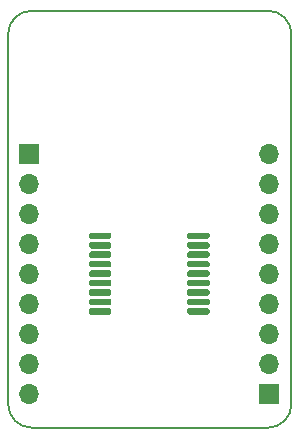
<source format=gbr>
G04 #@! TF.GenerationSoftware,KiCad,Pcbnew,5.1.6-c6e7f7d~86~ubuntu20.04.1*
G04 #@! TF.CreationDate,2020-05-17T01:15:33+03:00*
G04 #@! TF.ProjectId,BRK-SSOP-18-6x7.4-P0.8,42524b2d-5353-44f5-902d-31382d367837,v1.1*
G04 #@! TF.SameCoordinates,Original*
G04 #@! TF.FileFunction,Soldermask,Top*
G04 #@! TF.FilePolarity,Negative*
%FSLAX46Y46*%
G04 Gerber Fmt 4.6, Leading zero omitted, Abs format (unit mm)*
G04 Created by KiCad (PCBNEW 5.1.6-c6e7f7d~86~ubuntu20.04.1) date 2020-05-17 01:15:33*
%MOMM*%
%LPD*%
G01*
G04 APERTURE LIST*
G04 #@! TA.AperFunction,Profile*
%ADD10C,0.150000*%
G04 #@! TD*
%ADD11O,1.700000X1.700000*%
%ADD12R,1.700000X1.700000*%
G04 APERTURE END LIST*
D10*
X53000000Y-83300000D02*
G75*
G02*
X51000000Y-81300000I0J2000000D01*
G01*
X75000000Y-81300000D02*
G75*
G02*
X73000000Y-83300000I-2000000J0D01*
G01*
X73000000Y-48000000D02*
G75*
G02*
X75000000Y-50000000I0J-2000000D01*
G01*
X51000000Y-50000000D02*
G75*
G02*
X53000000Y-48000000I2000000J0D01*
G01*
X73000000Y-83300000D02*
X53000000Y-83300000D01*
X75000000Y-50000000D02*
X75000000Y-81300000D01*
X53000000Y-48000000D02*
X73000000Y-48000000D01*
X51000000Y-81300000D02*
X51000000Y-50000000D01*
D11*
X73120000Y-60100000D03*
X73120000Y-62640000D03*
X73120000Y-65180000D03*
X73120000Y-67720000D03*
X73120000Y-70260000D03*
X73120000Y-72800000D03*
X73120000Y-75340000D03*
X73120000Y-77880000D03*
D12*
X73120000Y-80420000D03*
X52800000Y-60100000D03*
D11*
X52800000Y-62640000D03*
X52800000Y-65180000D03*
X52800000Y-67720000D03*
X52800000Y-70260000D03*
X52800000Y-72800000D03*
X52800000Y-75340000D03*
X52800000Y-77880000D03*
X52800000Y-80420000D03*
G36*
G01*
X57860000Y-67197500D02*
X57860000Y-66922500D01*
G75*
G02*
X57997500Y-66785000I137500J0D01*
G01*
X59622500Y-66785000D01*
G75*
G02*
X59760000Y-66922500I0J-137500D01*
G01*
X59760000Y-67197500D01*
G75*
G02*
X59622500Y-67335000I-137500J0D01*
G01*
X57997500Y-67335000D01*
G75*
G02*
X57860000Y-67197500I0J137500D01*
G01*
G37*
G36*
G01*
X57860000Y-67997500D02*
X57860000Y-67722500D01*
G75*
G02*
X57997500Y-67585000I137500J0D01*
G01*
X59622500Y-67585000D01*
G75*
G02*
X59760000Y-67722500I0J-137500D01*
G01*
X59760000Y-67997500D01*
G75*
G02*
X59622500Y-68135000I-137500J0D01*
G01*
X57997500Y-68135000D01*
G75*
G02*
X57860000Y-67997500I0J137500D01*
G01*
G37*
G36*
G01*
X57860000Y-68797500D02*
X57860000Y-68522500D01*
G75*
G02*
X57997500Y-68385000I137500J0D01*
G01*
X59622500Y-68385000D01*
G75*
G02*
X59760000Y-68522500I0J-137500D01*
G01*
X59760000Y-68797500D01*
G75*
G02*
X59622500Y-68935000I-137500J0D01*
G01*
X57997500Y-68935000D01*
G75*
G02*
X57860000Y-68797500I0J137500D01*
G01*
G37*
G36*
G01*
X57860000Y-69597500D02*
X57860000Y-69322500D01*
G75*
G02*
X57997500Y-69185000I137500J0D01*
G01*
X59622500Y-69185000D01*
G75*
G02*
X59760000Y-69322500I0J-137500D01*
G01*
X59760000Y-69597500D01*
G75*
G02*
X59622500Y-69735000I-137500J0D01*
G01*
X57997500Y-69735000D01*
G75*
G02*
X57860000Y-69597500I0J137500D01*
G01*
G37*
G36*
G01*
X57860000Y-70397500D02*
X57860000Y-70122500D01*
G75*
G02*
X57997500Y-69985000I137500J0D01*
G01*
X59622500Y-69985000D01*
G75*
G02*
X59760000Y-70122500I0J-137500D01*
G01*
X59760000Y-70397500D01*
G75*
G02*
X59622500Y-70535000I-137500J0D01*
G01*
X57997500Y-70535000D01*
G75*
G02*
X57860000Y-70397500I0J137500D01*
G01*
G37*
G36*
G01*
X57860000Y-71197500D02*
X57860000Y-70922500D01*
G75*
G02*
X57997500Y-70785000I137500J0D01*
G01*
X59622500Y-70785000D01*
G75*
G02*
X59760000Y-70922500I0J-137500D01*
G01*
X59760000Y-71197500D01*
G75*
G02*
X59622500Y-71335000I-137500J0D01*
G01*
X57997500Y-71335000D01*
G75*
G02*
X57860000Y-71197500I0J137500D01*
G01*
G37*
G36*
G01*
X57860000Y-71997500D02*
X57860000Y-71722500D01*
G75*
G02*
X57997500Y-71585000I137500J0D01*
G01*
X59622500Y-71585000D01*
G75*
G02*
X59760000Y-71722500I0J-137500D01*
G01*
X59760000Y-71997500D01*
G75*
G02*
X59622500Y-72135000I-137500J0D01*
G01*
X57997500Y-72135000D01*
G75*
G02*
X57860000Y-71997500I0J137500D01*
G01*
G37*
G36*
G01*
X57860000Y-72797500D02*
X57860000Y-72522500D01*
G75*
G02*
X57997500Y-72385000I137500J0D01*
G01*
X59622500Y-72385000D01*
G75*
G02*
X59760000Y-72522500I0J-137500D01*
G01*
X59760000Y-72797500D01*
G75*
G02*
X59622500Y-72935000I-137500J0D01*
G01*
X57997500Y-72935000D01*
G75*
G02*
X57860000Y-72797500I0J137500D01*
G01*
G37*
G36*
G01*
X57860000Y-73597500D02*
X57860000Y-73322500D01*
G75*
G02*
X57997500Y-73185000I137500J0D01*
G01*
X59622500Y-73185000D01*
G75*
G02*
X59760000Y-73322500I0J-137500D01*
G01*
X59760000Y-73597500D01*
G75*
G02*
X59622500Y-73735000I-137500J0D01*
G01*
X57997500Y-73735000D01*
G75*
G02*
X57860000Y-73597500I0J137500D01*
G01*
G37*
G36*
G01*
X66160000Y-73597500D02*
X66160000Y-73322500D01*
G75*
G02*
X66297500Y-73185000I137500J0D01*
G01*
X67922500Y-73185000D01*
G75*
G02*
X68060000Y-73322500I0J-137500D01*
G01*
X68060000Y-73597500D01*
G75*
G02*
X67922500Y-73735000I-137500J0D01*
G01*
X66297500Y-73735000D01*
G75*
G02*
X66160000Y-73597500I0J137500D01*
G01*
G37*
G36*
G01*
X66160000Y-72797500D02*
X66160000Y-72522500D01*
G75*
G02*
X66297500Y-72385000I137500J0D01*
G01*
X67922500Y-72385000D01*
G75*
G02*
X68060000Y-72522500I0J-137500D01*
G01*
X68060000Y-72797500D01*
G75*
G02*
X67922500Y-72935000I-137500J0D01*
G01*
X66297500Y-72935000D01*
G75*
G02*
X66160000Y-72797500I0J137500D01*
G01*
G37*
G36*
G01*
X66160000Y-71997500D02*
X66160000Y-71722500D01*
G75*
G02*
X66297500Y-71585000I137500J0D01*
G01*
X67922500Y-71585000D01*
G75*
G02*
X68060000Y-71722500I0J-137500D01*
G01*
X68060000Y-71997500D01*
G75*
G02*
X67922500Y-72135000I-137500J0D01*
G01*
X66297500Y-72135000D01*
G75*
G02*
X66160000Y-71997500I0J137500D01*
G01*
G37*
G36*
G01*
X66160000Y-71197500D02*
X66160000Y-70922500D01*
G75*
G02*
X66297500Y-70785000I137500J0D01*
G01*
X67922500Y-70785000D01*
G75*
G02*
X68060000Y-70922500I0J-137500D01*
G01*
X68060000Y-71197500D01*
G75*
G02*
X67922500Y-71335000I-137500J0D01*
G01*
X66297500Y-71335000D01*
G75*
G02*
X66160000Y-71197500I0J137500D01*
G01*
G37*
G36*
G01*
X66160000Y-70397500D02*
X66160000Y-70122500D01*
G75*
G02*
X66297500Y-69985000I137500J0D01*
G01*
X67922500Y-69985000D01*
G75*
G02*
X68060000Y-70122500I0J-137500D01*
G01*
X68060000Y-70397500D01*
G75*
G02*
X67922500Y-70535000I-137500J0D01*
G01*
X66297500Y-70535000D01*
G75*
G02*
X66160000Y-70397500I0J137500D01*
G01*
G37*
G36*
G01*
X66160000Y-69597500D02*
X66160000Y-69322500D01*
G75*
G02*
X66297500Y-69185000I137500J0D01*
G01*
X67922500Y-69185000D01*
G75*
G02*
X68060000Y-69322500I0J-137500D01*
G01*
X68060000Y-69597500D01*
G75*
G02*
X67922500Y-69735000I-137500J0D01*
G01*
X66297500Y-69735000D01*
G75*
G02*
X66160000Y-69597500I0J137500D01*
G01*
G37*
G36*
G01*
X66160000Y-68797500D02*
X66160000Y-68522500D01*
G75*
G02*
X66297500Y-68385000I137500J0D01*
G01*
X67922500Y-68385000D01*
G75*
G02*
X68060000Y-68522500I0J-137500D01*
G01*
X68060000Y-68797500D01*
G75*
G02*
X67922500Y-68935000I-137500J0D01*
G01*
X66297500Y-68935000D01*
G75*
G02*
X66160000Y-68797500I0J137500D01*
G01*
G37*
G36*
G01*
X66160000Y-67997500D02*
X66160000Y-67722500D01*
G75*
G02*
X66297500Y-67585000I137500J0D01*
G01*
X67922500Y-67585000D01*
G75*
G02*
X68060000Y-67722500I0J-137500D01*
G01*
X68060000Y-67997500D01*
G75*
G02*
X67922500Y-68135000I-137500J0D01*
G01*
X66297500Y-68135000D01*
G75*
G02*
X66160000Y-67997500I0J137500D01*
G01*
G37*
G36*
G01*
X66160000Y-67197500D02*
X66160000Y-66922500D01*
G75*
G02*
X66297500Y-66785000I137500J0D01*
G01*
X67922500Y-66785000D01*
G75*
G02*
X68060000Y-66922500I0J-137500D01*
G01*
X68060000Y-67197500D01*
G75*
G02*
X67922500Y-67335000I-137500J0D01*
G01*
X66297500Y-67335000D01*
G75*
G02*
X66160000Y-67197500I0J137500D01*
G01*
G37*
M02*

</source>
